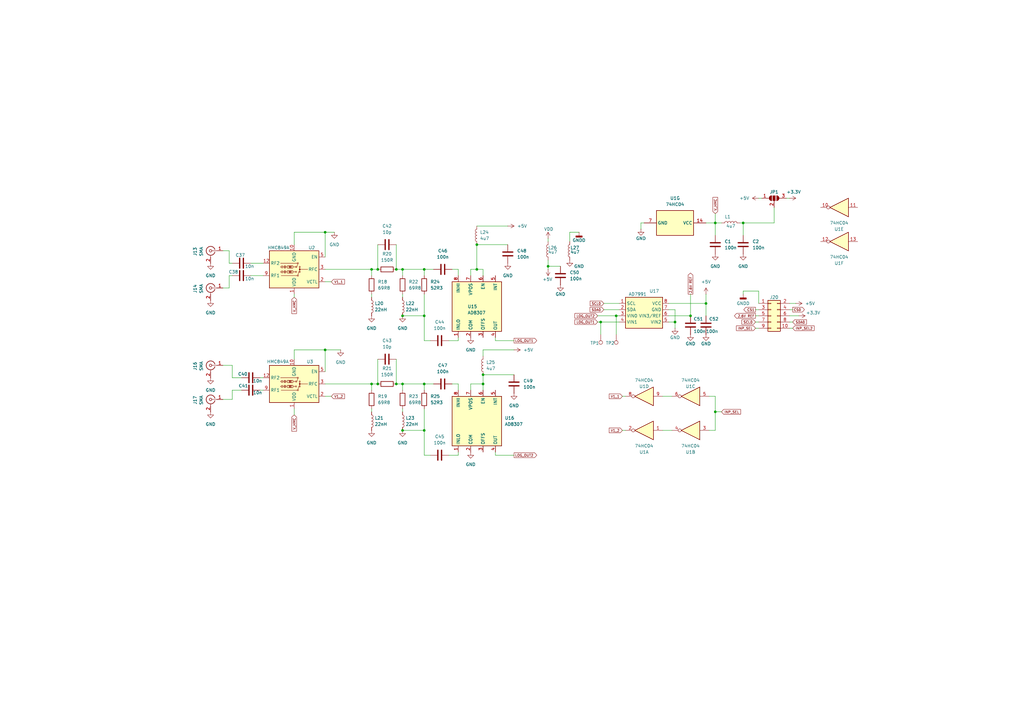
<source format=kicad_sch>
(kicad_sch (version 20231120) (generator "eeschema") (generator_version "8.0")
  (paper "A3")
  (title_block (rev "3.4") (comment 1 "change RF Switch´s from PE4259 to HMC849") (comment 2 "add voltage selection for HMC849 "))
  (lib_symbols
    (symbol "74xx:74HC04"
      (property "Reference" "U" (at 0 1.27 0))
      (property "Value" "74HC04" (at 0 -1.27 0))
      (symbol "74HC04_1_0"
        (polyline (pts (xy -3.81 3.81) (xy -3.81 -3.81) (xy 3.81 0) (xy -3.81 3.81)) (stroke (width 0.254)) (fill (type background)))
        (pin input line (at -7.62 0 0) (length 3.81) (name "~") (number "1"))
        (pin output inverted (at 7.62 0 180) (length 3.81) (name "~") (number "2"))
      )
      (symbol "74HC04_2_0"
        (polyline (pts (xy -3.81 3.81) (xy -3.81 -3.81) (xy 3.81 0) (xy -3.81 3.81)) (stroke (width 0.254)) (fill (type background)))
        (pin input line (at -7.62 0 0) (length 3.81) (name "~") (number "3"))
        (pin output inverted (at 7.62 0 180) (length 3.81) (name "~") (number "4"))
      )
      (symbol "74HC04_3_0"
        (polyline (pts (xy -3.81 3.81) (xy -3.81 -3.81) (xy 3.81 0) (xy -3.81 3.81)) (stroke (width 0.254)) (fill (type background)))
        (pin input line (at -7.62 0 0) (length 3.81) (name "~") (number "5"))
        (pin output inverted (at 7.62 0 180) (length 3.81) (name "~") (number "6"))
      )
      (symbol "74HC04_4_0"
        (polyline (pts (xy -3.81 3.81) (xy -3.81 -3.81) (xy 3.81 0) (xy -3.81 3.81)) (stroke (width 0.254)) (fill (type background)))
        (pin output inverted (at 7.62 0 180) (length 3.81) (name "~") (number "8"))
        (pin input line (at -7.62 0 0) (length 3.81) (name "~") (number "9"))
      )
      (symbol "74HC04_5_0"
        (polyline (pts (xy -3.81 3.81) (xy -3.81 -3.81) (xy 3.81 0) (xy -3.81 3.81)) (stroke (width 0.254)) (fill (type background)))
        (pin output inverted (at 7.62 0 180) (length 3.81) (name "~") (number "10"))
        (pin input line (at -7.62 0 0) (length 3.81) (name "~") (number "11"))
      )
      (symbol "74HC04_6_0"
        (polyline (pts (xy -3.81 3.81) (xy -3.81 -3.81) (xy 3.81 0) (xy -3.81 3.81)) (stroke (width 0.254)) (fill (type background)))
        (pin output inverted (at 7.62 0 180) (length 3.81) (name "~") (number "12"))
        (pin input line (at -7.62 0 0) (length 3.81) (name "~") (number "13"))
      )
      (symbol "74HC04_7_0"
        (pin power_in line (at 0 12.7 270) (length 5.08) (name "VCC") (number "14"))
        (pin power_in line (at 0 -12.7 90) (length 5.08) (name "GND") (number "7"))
      )
      (symbol "74HC04_7_1"
        (rectangle (start -5.08 7.62) (end 5.08 -7.62) (stroke (width 0.254)) (fill (type background)))
      )
    )
    (symbol "Connector:Conn_Coaxial" (pin_names (offset 1.016) hide)
      (property "Reference" "J" (at 0.254 3.048 0))
      (property "Value" "Conn_Coaxial" (at 2.921 0 90))
      (symbol "Conn_Coaxial_0_1"
        (arc (start -1.778 -0.508) (mid 0.2311 -1.8066) (end 1.778 0) (stroke (width 0.254)))
        (polyline (pts (xy -2.54 0) (xy -0.508 0)))
        (polyline (pts (xy 0 -2.54) (xy 0 -1.778)))
        (circle (center 0 0) (radius 0.508) (stroke (width 0.2032)))
        (arc (start 1.778 0) (mid 0.2099 1.8101) (end -1.778 0.508) (stroke (width 0.254)))
      )
      (symbol "Conn_Coaxial_1_1"
        (pin passive line (at -5.08 0 0) (length 2.54) (name "In") (number "1"))
        (pin passive line (at 0 -5.08 90) (length 2.54) (name "Ext") (number "2"))
      )
    )
    (symbol "Connector:TestPoint" (pin_numbers hide) (pin_names (offset 0.762) hide)
      (property "Reference" "TP" (at 0 6.858 0))
      (property "Value" "TestPoint" (at 0 5.08 0))
      (symbol "TestPoint_0_1"
        (circle (center 0 3.302) (radius 0.762))
      )
      (symbol "TestPoint_1_1"
        (pin passive line (at 0 0 90) (length 2.54) (name "1") (number "1"))
      )
    )
    (symbol "Connector_Generic:Conn_02x05_Odd_Even" (pin_names (offset 1.016) hide)
      (property "Reference" "J" (at 1.27 7.62 0))
      (property "Value" "Conn_02x05_Odd_Even" (at 1.27 -7.62 0))
      (symbol "Conn_02x05_Odd_Even_1_1"
        (rectangle (start -1.27 -4.953) (end 0 -5.207) (stroke (width 0.1524)))
        (rectangle (start -1.27 -2.413) (end 0 -2.667) (stroke (width 0.1524)))
        (rectangle (start -1.27 0.127) (end 0 -0.127) (stroke (width 0.1524)))
        (rectangle (start -1.27 2.667) (end 0 2.413) (stroke (width 0.1524)))
        (rectangle (start -1.27 5.207) (end 0 4.953) (stroke (width 0.1524)))
        (rectangle (start -1.27 6.35) (end 3.81 -6.35) (stroke (width 0.254)) (fill (type background)))
        (rectangle (start 3.81 -4.953) (end 2.54 -5.207) (stroke (width 0.1524)))
        (rectangle (start 3.81 -2.413) (end 2.54 -2.667) (stroke (width 0.1524)))
        (rectangle (start 3.81 0.127) (end 2.54 -0.127) (stroke (width 0.1524)))
        (rectangle (start 3.81 2.667) (end 2.54 2.413) (stroke (width 0.1524)))
        (rectangle (start 3.81 5.207) (end 2.54 4.953) (stroke (width 0.1524)))
        (pin passive line (at -5.08 5.08 0) (length 3.81) (name "Pin_1") (number "1"))
        (pin passive line (at 7.62 -5.08 180) (length 3.81) (name "Pin_10") (number "10"))
        (pin passive line (at 7.62 5.08 180) (length 3.81) (name "Pin_2") (number "2"))
        (pin passive line (at -5.08 2.54 0) (length 3.81) (name "Pin_3") (number "3"))
        (pin passive line (at 7.62 2.54 180) (length 3.81) (name "Pin_4") (number "4"))
        (pin passive line (at -5.08 0 0) (length 3.81) (name "Pin_5") (number "5"))
        (pin passive line (at 7.62 0 180) (length 3.81) (name "Pin_6") (number "6"))
        (pin passive line (at -5.08 -2.54 0) (length 3.81) (name "Pin_7") (number "7"))
        (pin passive line (at 7.62 -2.54 180) (length 3.81) (name "Pin_8") (number "8"))
        (pin passive line (at -5.08 -5.08 0) (length 3.81) (name "Pin_9") (number "9"))
      )
    )
    (symbol "Device:C" (pin_numbers hide) (pin_names (offset 0.254))
      (property "Reference" "C" (at 0.635 2.54 0))
      (property "Value" "C" (at 0.635 -2.54 0))
      (symbol "C_0_1"
        (polyline (pts (xy -2.032 -0.762) (xy 2.032 -0.762)) (stroke (width 0.508)))
        (polyline (pts (xy -2.032 0.762) (xy 2.032 0.762)) (stroke (width 0.508)))
      )
      (symbol "C_1_1"
        (pin passive line (at 0 3.81 270) (length 2.794) (name "~") (number "1"))
        (pin passive line (at 0 -3.81 90) (length 2.794) (name "~") (number "2"))
      )
    )
    (symbol "Device:L" (pin_numbers hide) (pin_names (offset 1.016) hide)
      (property "Reference" "L" (at -1.27 0 90))
      (property "Value" "L" (at 1.905 0 90))
      (symbol "L_0_1"
        (arc (start 0 -2.54) (mid 0.6323 -1.905) (end 0 -1.27))
        (arc (start 0 -1.27) (mid 0.6323 -0.635) (end 0 0))
        (arc (start 0 0) (mid 0.6323 0.635) (end 0 1.27))
        (arc (start 0 1.27) (mid 0.6323 1.905) (end 0 2.54))
      )
      (symbol "L_1_1"
        (pin passive line (at 0 3.81 270) (length 1.27) (name "1") (number "1"))
        (pin passive line (at 0 -3.81 90) (length 1.27) (name "2") (number "2"))
      )
    )
    (symbol "Driver_LED:MPQ3362GJ-AEC1"
      (property "Reference" "U5" (at 2.1941 10.16 0))
      (property "Value" "AD7991" (at -6.35 8.89 0))
      (symbol "MPQ3362GJ-AEC1_1_1"
        (rectangle (start -7.62 7.62) (end 7.62 -5.08) (stroke (width 0.254)) (fill (type background)))
        (pin input line (at -10.16 5.08 0) (length 2.54) (name "SCL") (number "1"))
        (pin input line (at -10.16 2.54 0) (length 2.54) (name "SDA") (number "2"))
        (pin input line (at -10.16 0 0) (length 2.54) (name "VIN0") (number "3"))
        (pin input line (at -10.16 -2.54 0) (length 2.54) (name "VIN1") (number "4"))
        (pin input line (at 10.16 -2.54 180) (length 2.54) (name "VIN2") (number "5"))
        (pin input line (at 10.16 0 180) (length 2.54) (name "VIN3/REF") (number "6"))
        (pin power_in line (at 10.16 2.54 180) (length 2.54) (name "GND") (number "7"))
        (pin power_in line (at 10.16 5.08 180) (length 2.54) (name "VCC") (number "8"))
      )
    )
    (symbol "Jumper:SolderJumper_3_Open" (pin_names (offset 0) hide) (exclude_from_sim yes) (in_bom no)
      (property "Reference" "JP" (at -2.54 -2.54 0))
      (property "Value" "SolderJumper_3_Open" (at 0 2.794 0))
      (symbol "SolderJumper_3_Open_0_1"
        (arc (start -1.016 1.016) (mid -2.0276 0) (end -1.016 -1.016))
        (arc (start -1.016 1.016) (mid -2.0276 0) (end -1.016 -1.016) (fill (type outline)))
        (rectangle (start -0.508 1.016) (end 0.508 -1.016) (fill (type outline)))
        (polyline (pts (xy -2.54 0) (xy -2.032 0)))
        (polyline (pts (xy -1.016 1.016) (xy -1.016 -1.016)))
        (polyline (pts (xy 0 -1.27) (xy 0 -1.016)))
        (polyline (pts (xy 1.016 1.016) (xy 1.016 -1.016)))
        (polyline (pts (xy 2.54 0) (xy 2.032 0)))
        (arc (start 1.016 -1.016) (mid 2.0276 0) (end 1.016 1.016))
        (arc (start 1.016 -1.016) (mid 2.0276 0) (end 1.016 1.016) (fill (type outline)))
      )
      (symbol "SolderJumper_3_Open_1_1"
        (pin passive line (at -5.08 0 0) (length 2.54) (name "A") (number "1"))
        (pin passive line (at 0 -3.81 90) (length 2.54) (name "C") (number "2"))
        (pin passive line (at 5.08 0 180) (length 2.54) (name "B") (number "3"))
      )
    )
    (symbol "LOG_RF_Amplifier:AD8313xRM"
      (property "Reference" "U" (at 1.524 1.524 0))
      (property "Value" "AD8307" (at 4.572 -1.524 0))
      (symbol "AD8313xRM_0_1"
        (rectangle (start -10.16 10.16) (end 10.16 -10.16) (stroke (width 0.254)) (fill (type background)))
      )
      (symbol "AD8313xRM_1_1"
        (pin input line (at -7.62 -12.7 90) (length 2.54) (name "INLO") (number "1"))
        (pin power_in line (at -2.54 -12.7 90) (length 2.54) (name "COM") (number "2"))
        (pin input line (at 2.54 -12.7 90) (length 2.54) (name "OFFS") (number "3"))
        (pin output line (at 7.62 -12.7 90) (length 2.54) (name "OUT") (number "4"))
        (pin input line (at 7.62 12.7 270) (length 2.54) (name "INT") (number "5"))
        (pin input line (at 2.54 12.7 270) (length 2.54) (name "EN") (number "6"))
        (pin power_in line (at -2.54 12.7 270) (length 2.54) (name "VPOS") (number "7"))
        (pin input line (at -7.62 12.7 270) (length 2.54) (name "INHI") (number "8"))
      )
    )
    (symbol "RF_Switch:HMC849A"
      (property "Reference" "U" (at -10.16 8.89 0))
      (property "Value" "HMC849A" (at 10.16 8.89 0))
      (symbol "HMC849A_0_0"
        (text "50" (at 1.651 -1.016 0) (effects (font (size 0.635 0.635))))
        (text "50" (at 1.651 1.016 0) (effects (font (size 0.635 0.635))))
      )
      (symbol "HMC849A_0_1"
        (rectangle (start -10.16 7.62) (end 10.16 -7.62) (stroke (width 0.254)) (fill (type background)))
        (circle (center -2.286 0) (radius 0.254) (fill (type outline)))
        (circle (center -2.286 1.016) (radius 0.254))
        (circle (center -1.524 -2.54) (radius 0.254))
        (circle (center -1.524 2.54) (radius 0.254))
        (circle (center -0.762 -1.016) (radius 0.254))
        (polyline (pts (xy -2.286 0) (xy -5.588 0)))
        (polyline (pts (xy -2.286 0.762) (xy -2.286 -0.762)))
        (polyline (pts (xy -1.524 -2.286) (xy -1.016 -0.762)))
        (polyline (pts (xy -1.524 2.286) (xy -2.032 0.762)))
        (polyline (pts (xy -1.27 -2.54) (xy 5.588 -2.54)))
        (polyline (pts (xy -1.27 2.54) (xy 5.334 2.54)))
        (polyline (pts (xy -0.508 -1.016) (xy 0.508 -1.016)))
        (polyline (pts (xy -0.508 1.016) (xy 0.508 1.016)))
        (polyline (pts (xy 3.556 -1.524) (xy 3.556 -0.508)) (stroke (width 0.254)))
        (polyline (pts (xy 3.556 -1.016) (xy 2.794 -1.016)))
        (polyline (pts (xy 3.556 0.508) (xy 3.556 1.524)) (stroke (width 0.254)))
        (polyline (pts (xy 3.556 1.016) (xy 2.794 1.016)))
        (polyline (pts (xy 4.064 -0.508) (xy 4.064 -1.524)) (stroke (width 0.254)))
        (polyline (pts (xy 4.064 1.524) (xy 4.064 0.508)) (stroke (width 0.254)))
        (polyline (pts (xy 4.064 -1.016) (xy 4.826 -1.016) (xy 4.826 -1.524) (xy 5.588 -1.016) (xy 4.826 -0.508) (xy 4.826 -1.016)))
        (polyline (pts (xy 4.064 1.016) (xy 4.826 1.016) (xy 4.826 0.508) (xy 5.588 1.016) (xy 4.826 1.524) (xy 4.826 1.016)))
        (rectangle (start 0.508 -1.524) (end 2.794 -0.508))
        (rectangle (start 0.508 0.508) (end 2.794 1.524))
      )
      (symbol "HMC849A_1_1"
        (circle (center -2.286 -1.016) (radius 0.254))
        (circle (center -0.762 1.016) (radius 0.254))
        (pin power_in line (at 0 10.16 270) (length 2.54) (name "VDD") (number "1"))
        (pin power_in line (at 0 -10.16 90) (length 2.54) (name "GND") (number "10"))
        (pin passive line (at 0 -10.16 90) (length 2.54) hide (name "GND") (number "11"))
        (pin passive line (at 12.7 -2.54 180) (length 2.54) (name "RF2") (number "12"))
        (pin passive line (at 0 -10.16 90) (length 2.54) hide (name "GND") (number "13"))
        (pin passive line (at 0 -10.16 90) (length 2.54) hide (name "GND") (number "14"))
        (pin passive line (at 0 -10.16 90) (length 2.54) hide (name "GND") (number "15"))
        (pin passive line (at 0 -10.16 90) (length 2.54) hide (name "GND") (number "16"))
        (pin passive line (at 0 -10.16 90) (length 2.54) hide (name "GND") (number "17"))
        (pin input line (at -12.7 5.08 0) (length 2.54) (name "VCTL") (number "2"))
        (pin passive line (at -12.7 0 0) (length 2.54) (name "RFC") (number "3"))
        (pin passive line (at 0 -10.16 90) (length 2.54) hide (name "GND") (number "4"))
        (pin input line (at -12.7 -5.08 0) (length 2.54) (name "EN") (number "5"))
        (pin passive line (at 0 -10.16 90) (length 2.54) hide (name "GND") (number "6"))
        (pin passive line (at 0 -10.16 90) (length 2.54) hide (name "GND") (number "7"))
        (pin passive line (at 0 -10.16 90) (length 2.54) hide (name "GND") (number "8"))
        (pin passive line (at 12.7 2.54 180) (length 2.54) (name "RF1") (number "9"))
      )
    )
    (symbol "dual_rotary_encoder_switch:R" (pin_numbers hide) (pin_names (offset 0))
      (property "Reference" "R" (at 2.032 0 90))
      (property "Value" "R" (at 0 0 90))
      (symbol "R_0_1"
        (rectangle (start -1.016 -2.54) (end 1.016 2.54) (stroke (width 0.254)))
      )
      (symbol "R_1_1"
        (pin passive line (at 0 3.81 270) (length 1.27) (name "~") (number "1"))
        (pin passive line (at 0 -3.81 90) (length 1.27) (name "~") (number "2"))
      )
    )
    (symbol "power:+3.3V" (power) (pin_numbers hide) (pin_names (offset 0) hide)
      (property "Value" "+3.3V" (at 0 3.556 0))
      (symbol "+3.3V_0_1"
        (polyline (pts (xy -0.762 1.27) (xy 0 2.54)))
        (polyline (pts (xy 0 0) (xy 0 2.54)))
        (polyline (pts (xy 0 2.54) (xy 0.762 1.27)))
      )
      (symbol "+3.3V_1_1"
        (pin power_in line (at 0 0 90) (length 0) (name "~") (number "1"))
      )
    )
    (symbol "power:+5V" (power) (pin_numbers hide) (pin_names (offset 0) hide)
      (property "Value" "+5V" (at 0 3.556 0))
      (symbol "+5V_0_1"
        (polyline (pts (xy -0.762 1.27) (xy 0 2.54)))
        (polyline (pts (xy 0 0) (xy 0 2.54)))
        (polyline (pts (xy 0 2.54) (xy 0.762 1.27)))
      )
      (symbol "+5V_1_1"
        (pin power_in line (at 0 0 90) (length 0) (name "~") (number "1"))
      )
    )
    (symbol "power:GND" (power) (pin_numbers hide) (pin_names (offset 0) hide)
      (property "Value" "GND" (at 0 -3.81 0))
      (symbol "GND_0_1"
        (polyline (pts (xy 0 0) (xy 0 -1.27) (xy 1.27 -1.27) (xy 0 -2.54) (xy -1.27 -1.27) (xy 0 -1.27)))
      )
      (symbol "GND_1_1"
        (pin power_in line (at 0 0 270) (length 0) (name "~") (number "1"))
      )
    )
    (symbol "power:GNDD" (power) (pin_numbers hide) (pin_names (offset 0) hide)
      (property "Value" "GNDD" (at 0 -3.175 0))
      (symbol "GNDD_0_1"
        (rectangle (start -1.27 -1.524) (end 1.27 -2.032) (stroke (width 0.254)) (fill (type outline)))
        (polyline (pts (xy 0 0) (xy 0 -1.524)))
      )
      (symbol "GNDD_1_1"
        (pin power_in line (at 0 0 270) (length 0) (name "~") (number "1"))
      )
    )
    (symbol "power:VDD" (power) (pin_numbers hide) (pin_names (offset 0) hide)
      (property "Value" "VDD" (at 0 3.556 0))
      (symbol "VDD_0_1"
        (polyline (pts (xy -0.762 1.27) (xy 0 2.54)))
        (polyline (pts (xy 0 0) (xy 0 2.54)))
        (polyline (pts (xy 0 2.54) (xy 0.762 1.27)))
      )
      (symbol "VDD_1_1"
        (pin power_in line (at 0 0 90) (length 0) (name "~") (number "1"))
      )
    )
  )
  (junction (at 165.1 110.49))
  (junction (at 162.56 157.48))
  (junction (at 198.12 153.67))
  (junction (at 173.99 157.48))
  (junction (at 152.4 110.49))
  (junction (at 283.21 129.54))
  (junction (at 293.37 91.44))
  (junction (at 304.8 91.44))
  (junction (at 152.4 157.48))
  (junction (at 173.99 110.49))
  (junction (at 154.94 110.49))
  (junction (at 195.58 100.33))
  (junction (at 165.1 157.48))
  (junction (at 165.1 176.53))
  (junction (at 224.79 109.22))
  (junction (at 289.56 124.46))
  (junction (at 293.37 168.91))
  (junction (at 154.94 157.48))
  (junction (at 246.38 132.08))
  (junction (at 276.86 132.08))
  (junction (at 173.99 176.53))
  (junction (at 198.12 157.48))
  (junction (at 252.73 129.54))
  (junction (at 165.1 129.54))
  (junction (at 162.56 110.49))
  (junction (at 133.35 143.51))
  (junction (at 195.58 110.49))
  (junction (at 173.99 129.54))
  (junction (at 133.35 95.25))
  (wire (pts (xy 165.1 157.48) (xy 165.1 160.02)))
  (wire (pts (xy 246.38 132.08) (xy 246.38 137.16)))
  (wire (pts (xy 309.88 134.62) (xy 311.15 134.62)))
  (wire (pts (xy 154.94 157.48) (xy 152.4 157.48)))
  (wire (pts (xy 274.32 129.54) (xy 283.21 129.54)))
  (wire (pts (xy 133.35 143.51) (xy 139.7 143.51)))
  (wire (pts (xy 187.96 186.69) (xy 187.96 185.42)))
  (wire (pts (xy 276.86 132.08) (xy 276.86 127)))
  (wire (pts (xy 274.32 124.46) (xy 289.56 124.46)))
  (wire (pts (xy 203.2 185.42) (xy 203.2 186.69)))
  (wire (pts (xy 304.8 91.44) (xy 317.5 91.44)))
  (wire (pts (xy 290.83 176.53) (xy 293.37 176.53)))
  (wire (pts (xy 133.35 110.49) (xy 152.4 110.49)))
  (wire (pts (xy 323.85 129.54) (xy 327.66 129.54)))
  (wire (pts (xy 95.25 154.94) (xy 99.06 154.94)))
  (wire (pts (xy 195.58 100.33) (xy 195.58 110.49)))
  (wire (pts (xy 173.99 129.54) (xy 173.99 139.7)))
  (wire (pts (xy 185.42 110.49) (xy 187.96 110.49)))
  (wire (pts (xy 303.53 91.44) (xy 304.8 91.44)))
  (wire (pts (xy 322.58 81.28) (xy 323.85 81.28)))
  (wire (pts (xy 91.44 163.83) (xy 95.25 163.83)))
  (wire (pts (xy 93.98 113.03) (xy 95.25 113.03)))
  (wire (pts (xy 95.25 163.83) (xy 95.25 160.02)))
  (wire (pts (xy 264.16 91.44) (xy 262.89 91.44)))
  (wire (pts (xy 120.65 120.65) (xy 120.65 121.92)))
  (wire (pts (xy 165.1 120.65) (xy 165.1 121.92)))
  (wire (pts (xy 152.4 157.48) (xy 152.4 160.02)))
  (wire (pts (xy 293.37 87.63) (xy 293.37 91.44)))
  (wire (pts (xy 152.4 120.65) (xy 152.4 121.92)))
  (wire (pts (xy 162.56 110.49) (xy 165.1 110.49)))
  (wire (pts (xy 224.79 97.79) (xy 224.79 99.06)))
  (wire (pts (xy 120.65 95.25) (xy 133.35 95.25)))
  (wire (pts (xy 176.53 186.69) (xy 173.99 186.69)))
  (wire (pts (xy 283.21 120.65) (xy 283.21 129.54)))
  (wire (pts (xy 106.68 160.02) (xy 107.95 160.02)))
  (wire (pts (xy 198.12 146.05) (xy 198.12 143.51)))
  (wire (pts (xy 177.8 157.48) (xy 173.99 157.48)))
  (wire (pts (xy 293.37 176.53) (xy 293.37 168.91)))
  (wire (pts (xy 309.88 132.08) (xy 311.15 132.08)))
  (wire (pts (xy 165.1 176.53) (xy 173.99 176.53)))
  (wire (pts (xy 93.98 107.95) (xy 95.25 107.95)))
  (wire (pts (xy 245.11 132.08) (xy 246.38 132.08)))
  (wire (pts (xy 107.95 113.03) (xy 102.87 113.03)))
  (wire (pts (xy 289.56 124.46) (xy 289.56 129.54)))
  (wire (pts (xy 133.35 143.51) (xy 133.35 152.4)))
  (wire (pts (xy 93.98 118.11) (xy 93.98 113.03)))
  (wire (pts (xy 293.37 91.44) (xy 293.37 96.52)))
  (wire (pts (xy 198.12 157.48) (xy 198.12 160.02)))
  (wire (pts (xy 224.79 109.22) (xy 224.79 106.68)))
  (wire (pts (xy 198.12 143.51) (xy 210.82 143.51)))
  (wire (pts (xy 173.99 110.49) (xy 173.99 113.03)))
  (wire (pts (xy 193.04 160.02) (xy 193.04 157.48)))
  (wire (pts (xy 311.15 81.28) (xy 312.42 81.28)))
  (wire (pts (xy 255.27 162.56) (xy 256.54 162.56)))
  (wire (pts (xy 184.15 186.69) (xy 187.96 186.69)))
  (wire (pts (xy 154.94 110.49) (xy 152.4 110.49)))
  (wire (pts (xy 293.37 168.91) (xy 295.91 168.91)))
  (wire (pts (xy 133.35 95.25) (xy 133.35 105.41)))
  (wire (pts (xy 195.58 110.49) (xy 198.12 110.49)))
  (wire (pts (xy 162.56 157.48) (xy 165.1 157.48)))
  (wire (pts (xy 120.65 147.32) (xy 120.65 143.51)))
  (wire (pts (xy 187.96 110.49) (xy 187.96 113.03)))
  (wire (pts (xy 177.8 110.49) (xy 173.99 110.49)))
  (wire (pts (xy 271.78 162.56) (xy 275.59 162.56)))
  (wire (pts (xy 193.04 113.03) (xy 193.04 110.49)))
  (wire (pts (xy 133.35 115.57) (xy 135.89 115.57)))
  (wire (pts (xy 120.65 170.18) (xy 120.65 167.64)))
  (wire (pts (xy 323.85 132.08) (xy 325.12 132.08)))
  (wire (pts (xy 154.94 100.33) (xy 154.94 110.49)))
  (wire (pts (xy 203.2 186.69) (xy 210.82 186.69)))
  (wire (pts (xy 293.37 91.44) (xy 295.91 91.44)))
  (wire (pts (xy 165.1 129.54) (xy 173.99 129.54)))
  (wire (pts (xy 165.1 110.49) (xy 165.1 113.03)))
  (wire (pts (xy 173.99 157.48) (xy 173.99 160.02)))
  (wire (pts (xy 224.79 109.22) (xy 229.87 109.22)))
  (wire (pts (xy 193.04 157.48) (xy 198.12 157.48)))
  (wire (pts (xy 152.4 110.49) (xy 152.4 113.03)))
  (wire (pts (xy 95.25 160.02) (xy 99.06 160.02)))
  (wire (pts (xy 309.88 129.54) (xy 311.15 129.54)))
  (wire (pts (xy 173.99 176.53) (xy 173.99 186.69)))
  (wire (pts (xy 198.12 153.67) (xy 198.12 157.48)))
  (wire (pts (xy 323.85 127) (xy 325.12 127)))
  (wire (pts (xy 317.5 91.44) (xy 317.5 85.09)))
  (wire (pts (xy 309.88 127) (xy 311.15 127)))
  (wire (pts (xy 304.8 119.38) (xy 311.15 119.38)))
  (wire (pts (xy 233.68 95.25) (xy 233.68 99.06)))
  (wire (pts (xy 323.85 134.62) (xy 325.12 134.62)))
  (wire (pts (xy 152.4 167.64) (xy 152.4 168.91)))
  (wire (pts (xy 203.2 138.43) (xy 203.2 139.7)))
  (wire (pts (xy 290.83 162.56) (xy 293.37 162.56)))
  (wire (pts (xy 107.95 107.95) (xy 102.87 107.95)))
  (wire (pts (xy 195.58 92.71) (xy 208.28 92.71)))
  (wire (pts (xy 252.73 129.54) (xy 254 129.54)))
  (wire (pts (xy 133.35 95.25) (xy 137.16 95.25)))
  (wire (pts (xy 165.1 157.48) (xy 173.99 157.48)))
  (wire (pts (xy 173.99 129.54) (xy 173.99 120.65)))
  (wire (pts (xy 323.85 124.46) (xy 326.39 124.46)))
  (wire (pts (xy 276.86 127) (xy 274.32 127)))
  (wire (pts (xy 120.65 143.51) (xy 133.35 143.51)))
  (wire (pts (xy 304.8 120.65) (xy 304.8 119.38)))
  (wire (pts (xy 293.37 168.91) (xy 293.37 162.56)))
  (wire (pts (xy 289.56 120.65) (xy 289.56 124.46)))
  (wire (pts (xy 255.27 176.53) (xy 256.54 176.53)))
  (wire (pts (xy 289.56 91.44) (xy 293.37 91.44)))
  (wire (pts (xy 133.35 157.48) (xy 152.4 157.48)))
  (wire (pts (xy 95.25 149.86) (xy 95.25 154.94)))
  (wire (pts (xy 198.12 110.49) (xy 198.12 113.03)))
  (wire (pts (xy 276.86 132.08) (xy 276.86 134.62)))
  (wire (pts (xy 187.96 157.48) (xy 187.96 160.02)))
  (wire (pts (xy 198.12 153.67) (xy 210.82 153.67)))
  (wire (pts (xy 176.53 139.7) (xy 173.99 139.7)))
  (wire (pts (xy 162.56 147.32) (xy 162.56 157.48)))
  (wire (pts (xy 247.65 124.46) (xy 254 124.46)))
  (wire (pts (xy 195.58 100.33) (xy 208.28 100.33)))
  (wire (pts (xy 184.15 139.7) (xy 187.96 139.7)))
  (wire (pts (xy 237.49 95.25) (xy 233.68 95.25)))
  (wire (pts (xy 120.65 100.33) (xy 120.65 95.25)))
  (wire (pts (xy 224.79 109.22) (xy 224.79 110.49)))
  (wire (pts (xy 203.2 139.7) (xy 210.82 139.7)))
  (wire (pts (xy 187.96 139.7) (xy 187.96 138.43)))
  (wire (pts (xy 91.44 102.87) (xy 93.98 102.87)))
  (wire (pts (xy 185.42 157.48) (xy 187.96 157.48)))
  (wire (pts (xy 245.11 129.54) (xy 252.73 129.54)))
  (wire (pts (xy 173.99 176.53) (xy 173.99 167.64)))
  (wire (pts (xy 247.65 127) (xy 254 127)))
  (wire (pts (xy 262.89 91.44) (xy 262.89 93.98)))
  (wire (pts (xy 165.1 167.64) (xy 165.1 168.91)))
  (wire (pts (xy 91.44 118.11) (xy 93.98 118.11)))
  (wire (pts (xy 274.32 132.08) (xy 276.86 132.08)))
  (wire (pts (xy 193.04 110.49) (xy 195.58 110.49)))
  (wire (pts (xy 106.68 154.94) (xy 107.95 154.94)))
  (wire (pts (xy 271.78 176.53) (xy 275.59 176.53)))
  (wire (pts (xy 304.8 91.44) (xy 304.8 96.52)))
  (wire (pts (xy 133.35 162.56) (xy 135.89 162.56)))
  (wire (pts (xy 311.15 119.38) (xy 311.15 124.46)))
  (wire (pts (xy 252.73 129.54) (xy 252.73 137.16)))
  (wire (pts (xy 154.94 147.32) (xy 154.94 157.48)))
  (wire (pts (xy 162.56 100.33) (xy 162.56 110.49)))
  (wire (pts (xy 91.44 149.86) (xy 95.25 149.86)))
  (wire (pts (xy 165.1 110.49) (xy 173.99 110.49)))
  (wire (pts (xy 93.98 102.87) (xy 93.98 107.95)))
  (wire (pts (xy 246.38 132.08) (xy 254 132.08)))
  (global_label "INP_SEL" (shape input) (at 309.88 134.62 180) (effects (font (size 1 1))) (property "Intersheetrefs" "${INTERSHEET_REFS}" (effects (hide yes))))
  (global_label "2,6V REF" (shape output) (at 309.88 129.54 180) (effects (font (size 1 1))) (property "Intersheetrefs" "${INTERSHEET_REFS}" (effects (hide yes))))
  (global_label "INP_SEL" (shape input) (at 295.91 168.91 0) (effects (font (size 1 1))) (property "Intersheetrefs" "${INTERSHEET_REFS}" (effects (hide yes))))
  (global_label "LOG_OUT2" (shape input) (at 245.11 129.54 180) (effects (font (size 1 1))) (property "Intersheetrefs" "${INTERSHEET_REFS}" (effects (hide yes))))
  (global_label "V1_1" (shape input) (at 135.89 115.57 0) (effects (font (size 1 1))) (property "Intersheetrefs" "${INTERSHEET_REFS}" (effects (hide yes))))
  (global_label "2,6V REF" (shape output) (at 283.21 120.65 90) (effects (font (size 1 1))) (property "Intersheetrefs" "${INTERSHEET_REFS}" (effects (hide yes))))
  (global_label "V_HMC" (shape input) (at 120.65 170.18 270) (effects (font (size 1 1))) (property "Intersheetrefs" "${INTERSHEET_REFS}" (effects (hide yes))))
  (global_label "SDA0" (shape input) (at 325.12 132.08 0) (effects (font (size 1 1))) (property "Intersheetrefs" "${INTERSHEET_REFS}" (effects (hide yes))))
  (global_label "SCL0" (shape input) (at 309.88 132.08 180) (effects (font (size 1 1))) (property "Intersheetrefs" "${INTERSHEET_REFS}" (effects (hide yes))))
  (global_label "CS0" (shape output) (at 325.12 127 0) (effects (font (size 1 1))) (property "Intersheetrefs" "${INTERSHEET_REFS}" (effects (hide yes))))
  (global_label "SDA0" (shape input) (at 247.65 127 180) (effects (font (size 1 1))) (property "Intersheetrefs" "${INTERSHEET_REFS}" (effects (hide yes))))
  (global_label "INP_SEL2" (shape input) (at 325.12 134.62 0) (effects (font (size 1 1))) (property "Intersheetrefs" "${INTERSHEET_REFS}" (effects (hide yes))))
  (global_label "CS1" (shape output) (at 309.88 127 180) (effects (font (size 1 1))) (property "Intersheetrefs" "${INTERSHEET_REFS}" (effects (hide yes))))
  (global_label "LOG_OUT2" (shape output) (at 210.82 186.69 0) (effects (font (size 1 1))) (property "Intersheetrefs" "${INTERSHEET_REFS}" (effects (hide yes))))
  (global_label "LOG_OUT1" (shape output) (at 210.82 139.7 0) (effects (font (size 1 1))) (property "Intersheetrefs" "${INTERSHEET_REFS}" (effects (hide yes))))
  (global_label "V1_2" (shape input) (at 135.89 162.56 0) (effects (font (size 1 1))) (property "Intersheetrefs" "${INTERSHEET_REFS}" (effects (hide yes))))
  (global_label "V_HMC" (shape input) (at 120.65 121.92 270) (effects (font (size 1 1))) (property "Intersheetrefs" "${INTERSHEET_REFS}" (effects (hide yes))))
  (global_label "V1_2" (shape input) (at 255.27 176.53 180) (effects (font (size 1 1))) (property "Intersheetrefs" "${INTERSHEET_REFS}" (effects (hide yes))))
  (global_label "V_HMC" (shape input) (at 293.37 87.63 90) (effects (font (size 1 1))) (property "Intersheetrefs" "${INTERSHEET_REFS}" (effects (hide yes))))
  (global_label "V1_1" (shape input) (at 255.27 162.56 180) (effects (font (size 1 1))) (property "Intersheetrefs" "${INTERSHEET_REFS}" (effects (hide yes))))
  (global_label "LOG_OUT1" (shape input) (at 245.11 132.08 180) (effects (font (size 1 1))) (property "Intersheetrefs" "${INTERSHEET_REFS}" (effects (hide yes))))
  (global_label "SCL0" (shape input) (at 247.65 124.46 180) (effects (font (size 1 1))) (property "Intersheetrefs" "${INTERSHEET_REFS}" (effects (hide yes))))
  (symbol (lib_id "dual_rotary_encoder_switch:R") (at 152.4 116.84 180) (unit 1)
    (property "Reference" "R18" (at 154.94 115.5699 0) (effects (justify right)))
    (property "Value" "69R8" (at 154.94 118.1099 0) (effects (justify right)))
    (property "Footprint" "Resistor_SMD:R_1206_3216Metric_Pad1.30x1.75mm_HandSolder" (effects (hide yes)))
    (property "Description" "Resistor" (effects (hide yes)))
  )
  (symbol (lib_id "power:GND") (at 86.36 107.95 0) (unit 1)
    (property "Reference" "#PWR078" (effects (hide yes)))
    (property "Value" "GND" (at 86.36 113.03 0))
    (property "Description" "Power symbol creates a global label with name \"GND\" , ground" (effects (hide yes)))
  )
  (symbol (lib_id "Device:C") (at 229.87 113.03 180) (unit 1)
    (property "Reference" "C50" (at 233.68 111.7599 0) (effects (justify right)))
    (property "Value" "100n" (at 233.68 114.2999 0) (effects (justify right)))
    (property "Footprint" "Capacitor_SMD:C_1206_3216Metric_Pad1.33x1.80mm_HandSolder" (effects (hide yes)))
    (property "Description" "Unpolarized capacitor" (effects (hide yes)))
  )
  (symbol (lib_id "Device:L") (at 165.1 125.73 0) (unit 1)
    (property "Reference" "L22" (at 166.37 124.4599 0) (effects (justify left)))
    (property "Value" "22nH" (at 166.37 126.9999 0) (effects (justify left)))
    (property "Footprint" "Inductor_SMD:L_1206_3216Metric_Pad1.42x1.75mm_HandSolder" (effects (hide yes)))
    (property "Description" "Inductor" (effects (hide yes)))
  )
  (symbol (lib_id "power:GND") (at 283.21 137.16 0) (unit 1)
    (property "Reference" "#PWR0102" (effects (hide yes)))
    (property "Value" "GND" (at 283.21 140.97 0))
    (property "Description" "Power symbol creates a global label with name \"GND\" , ground" (effects (hide yes)))
  )
  (symbol (lib_id "Device:C") (at 293.37 100.33 180) (unit 1)
    (property "Reference" "C1" (at 297.18 99.0599 0) (effects (justify right)))
    (property "Value" "100n" (at 297.18 101.5999 0) (effects (justify right)))
    (property "Footprint" "Capacitor_SMD:C_1206_3216Metric_Pad1.33x1.80mm_HandSolder" (effects (hide yes)))
    (property "Description" "Unpolarized capacitor" (effects (hide yes)))
  )
  (symbol (lib_id "Connector:Conn_Coaxial") (at 86.36 163.83 0) (mirror y) (unit 1)
    (property "Reference" "J17" (at 80.01 164.1232 90))
    (property "Value" "SMA" (at 82.55 164.1232 90))
    (property "Footprint" "Connector_Coaxial:SMA_BAT_Wireless_BWSMA-KWE-Z001" (effects (hide yes)))
    (property "Description" "coaxial connector (BNC, SMA, SMB, SMC, Cinch/RCA, LEMO, ...)" (effects (hide yes)))
  )
  (symbol (lib_id "power:GND") (at 276.86 134.62 0) (unit 1)
    (property "Reference" "#PWR0101" (effects (hide yes)))
    (property "Value" "GND" (at 276.86 138.43 0))
    (property "Description" "Power symbol creates a global label with name \"GND\" , ground" (effects (hide yes)))
  )
  (symbol (lib_id "Connector:TestPoint") (at 246.38 137.16 180) (unit 1)
    (property "Reference" "TP1" (at 242.062 140.716 0) (effects (justify right)))
    (property "Value" "TestPoint" (effects (hide yes)))
    (property "Footprint" "TestPoint:TestPoint_Pad_D1.0mm" (effects (hide yes)))
    (property "Description" "test point" (effects (hide yes)))
  )
  (symbol (lib_id "Device:C") (at 180.34 186.69 90) (unit 1)
    (property "Reference" "C45" (at 180.34 179.07 90))
    (property "Value" "100n" (at 180.34 181.61 90))
    (property "Footprint" "Capacitor_SMD:C_1206_3216Metric_Pad1.33x1.80mm_HandSolder" (effects (hide yes)))
    (property "Description" "Unpolarized capacitor" (effects (hide yes)))
  )
  (symbol (lib_id "power:GND") (at 165.1 176.53 0) (unit 1)
    (property "Reference" "#PWR087" (effects (hide yes)))
    (property "Value" "GND" (at 165.1 181.61 0))
    (property "Description" "Power symbol creates a global label with name \"GND\" , ground" (effects (hide yes)))
  )
  (symbol (lib_id "power:GND") (at 208.28 107.95 0) (unit 1)
    (property "Reference" "#PWR091" (effects (hide yes)))
    (property "Value" "GND" (at 208.28 113.03 0))
    (property "Description" "Power symbol creates a global label with name \"GND\" , ground" (effects (hide yes)))
  )
  (symbol (lib_id "power:+5V") (at 210.82 143.51 270) (unit 1)
    (property "Reference" "#PWR092" (effects (hide yes)))
    (property "Value" "+5V" (at 214.63 143.5099 90) (effects (justify left)))
    (property "Description" "Power symbol creates a global label with name \"+5V\"" (effects (hide yes)))
  )
  (symbol (lib_id "power:GND") (at 86.36 168.91 0) (unit 1)
    (property "Reference" "#PWR082" (effects (hide yes)))
    (property "Value" "GND" (at 86.36 173.99 0))
    (property "Description" "Power symbol creates a global label with name \"GND\" , ground" (effects (hide yes)))
  )
  (symbol (lib_id "Device:L") (at 195.58 96.52 180) (unit 1)
    (property "Reference" "L24" (at 196.85 95.2499 0) (effects (justify right)))
    (property "Value" "4u7" (at 196.85 97.7899 0) (effects (justify right)))
    (property "Footprint" "Inductor_SMD:L_1206_3216Metric_Pad1.42x1.75mm_HandSolder" (effects (hide yes)))
    (property "Description" "Inductor" (effects (hide yes)))
  )
  (symbol (lib_id "Jumper:SolderJumper_3_Open") (at 317.5 81.28 0) (unit 1) (exclude_from_sim yes) (in_bom no)
    (property "Reference" "JP1" (at 317.5 78.74 0))
    (property "Value" "SolderJumper_3_Open" (effects (hide yes)))
    (property "Footprint" "Jumper:SolderJumper-3_P1.3mm_Open_RoundedPad1.0x1.5mm" (effects (hide yes)))
    (property "Description" "Solder Jumper, 3-pole, open" (effects (hide yes)))
  )
  (symbol (lib_id "Device:L") (at 165.1 172.72 0) (unit 1)
    (property "Reference" "L23" (at 166.37 171.4499 0) (effects (justify left)))
    (property "Value" "22nH" (at 166.37 173.9899 0) (effects (justify left)))
    (property "Footprint" "Inductor_SMD:L_1206_3216Metric_Pad1.42x1.75mm_HandSolder" (effects (hide yes)))
    (property "Description" "Inductor" (effects (hide yes)))
  )
  (symbol (lib_id "Device:L") (at 198.12 149.86 180) (unit 1)
    (property "Reference" "L25" (at 199.39 148.5899 0) (effects (justify right)))
    (property "Value" "4u7" (at 199.39 151.1299 0) (effects (justify right)))
    (property "Footprint" "Inductor_SMD:L_1206_3216Metric_Pad1.42x1.75mm_HandSolder" (effects (hide yes)))
    (property "Description" "Inductor" (effects (hide yes)))
  )
  (symbol (lib_id "power:GND") (at 233.68 106.68 0) (unit 1)
    (property "Reference" "#PWR097" (effects (hide yes)))
    (property "Value" "GND" (at 237.49 109.22 0))
    (property "Description" "Power symbol creates a global label with name \"GND\" , ground" (effects (hide yes)))
  )
  (symbol (lib_id "Device:L") (at 152.4 172.72 0) (unit 1)
    (property "Reference" "L21" (at 153.67 171.4499 0) (effects (justify left)))
    (property "Value" "22nH" (at 153.67 173.9899 0) (effects (justify left)))
    (property "Footprint" "Inductor_SMD:L_1206_3216Metric_Pad1.42x1.75mm_HandSolder" (effects (hide yes)))
    (property "Description" "Inductor" (effects (hide yes)))
  )
  (symbol (lib_id "74xx:74HC04") (at 283.21 176.53 180) (unit 2)
    (property "Reference" "U1" (at 283.21 185.42 0))
    (property "Value" "74HC04" (at 283.21 182.88 0))
    (property "Footprint" "Package_SO:SOIC-16_3.9x9.9mm_P1.27mm" (effects (hide yes)))
    (property "Datasheet" "https://assets.nexperia.com/documents/data-sheet/74HC_HCT04.pdf" (effects (hide yes)))
    (property "Description" "Hex Inverter" (effects (hide yes)))
  )
  (symbol (lib_id "dual_rotary_encoder_switch:R") (at 158.75 110.49 90) (unit 1)
    (property "Reference" "R20" (at 158.75 104.14 90))
    (property "Value" "150R" (at 158.75 106.68 90))
    (property "Footprint" "Resistor_SMD:R_1206_3216Metric_Pad1.30x1.75mm_HandSolder" (effects (hide yes)))
    (property "Description" "Resistor" (effects (hide yes)))
  )
  (symbol (lib_id "74xx:74HC04") (at 264.16 162.56 180) (unit 4)
    (property "Reference" "U1" (at 264.16 158.496 0))
    (property "Value" "74HC04" (at 264.16 155.956 0))
    (property "Footprint" "Package_SO:SOIC-16_3.9x9.9mm_P1.27mm" (effects (hide yes)))
    (property "Datasheet" "https://assets.nexperia.com/documents/data-sheet/74HC_HCT04.pdf" (effects (hide yes)))
    (property "Description" "Hex Inverter" (effects (hide yes)))
  )
  (symbol (lib_id "RF_Switch:HMC849A") (at 120.65 157.48 180) (unit 1)
    (property "Reference" "U3" (at 125.73 148.336 0) (effects (justify right)))
    (property "Value" "HMC849A" (at 109.474 148.336 0) (effects (justify right)))
    (property "Footprint" "Package_CSP:LFCSP-16-1EP_4x4mm_P0.65mm_EP2.4x2.4mm" (effects (hide yes)))
    (property "Datasheet" "https://www.analog.com/media/en/technical-documentation/data-sheets/hmc849a.pdf" (effects (hide yes)))
    (property "Description" "High Isolation SPDT Non-Reflective Switch, DC-6GHz, Matched to 50 Ohm, LFCSP-16" (effects (hide yes)))
  )
  (symbol (lib_id "dual_rotary_encoder_switch:R") (at 158.75 157.48 90) (unit 1)
    (property "Reference" "R21" (at 158.75 151.13 90))
    (property "Value" "150R" (at 158.75 153.67 90))
    (property "Footprint" "Resistor_SMD:R_1206_3216Metric_Pad1.30x1.75mm_HandSolder" (effects (hide yes)))
    (property "Description" "Resistor" (effects (hide yes)))
  )
  (symbol (lib_id "power:+5V") (at 208.28 92.71 270) (unit 1)
    (property "Reference" "#PWR090" (effects (hide yes)))
    (property "Value" "+5V" (at 212.09 92.7099 90) (effects (justify left)))
    (property "Description" "Power symbol creates a global label with name \"+5V\"" (effects (hide yes)))
  )
  (symbol (lib_id "Device:C") (at 210.82 157.48 180) (unit 1)
    (property "Reference" "C49" (at 214.63 156.2099 0) (effects (justify right)))
    (property "Value" "100n" (at 214.63 158.7499 0) (effects (justify right)))
    (property "Footprint" "Capacitor_SMD:C_1206_3216Metric_Pad1.33x1.80mm_HandSolder" (effects (hide yes)))
    (property "Description" "Unpolarized capacitor" (effects (hide yes)))
  )
  (symbol (lib_id "Connector:Conn_Coaxial") (at 86.36 149.86 0) (mirror y) (unit 1)
    (property "Reference" "J16" (at 80.01 150.1532 90))
    (property "Value" "SMA" (at 82.55 150.1532 90))
    (property "Footprint" "Connector_Coaxial:SMA_BAT_Wireless_BWSMA-KWE-Z001" (effects (hide yes)))
    (property "Description" "coaxial connector (BNC, SMA, SMB, SMC, Cinch/RCA, LEMO, ...)" (effects (hide yes)))
  )
  (symbol (lib_id "Device:C") (at 289.56 133.35 180) (unit 1)
    (property "Reference" "C52" (at 290.83 130.81 0) (effects (justify right)))
    (property "Value" "100n" (at 289.56 135.89 0) (effects (justify right)))
    (property "Footprint" "Capacitor_SMD:C_1206_3216Metric_Pad1.33x1.80mm_HandSolder" (effects (hide yes)))
    (property "Description" "Unpolarized capacitor" (effects (hide yes)))
  )
  (symbol (lib_id "power:+5V") (at 289.56 120.65 0) (unit 1)
    (property "Reference" "#PWR0103" (effects (hide yes)))
    (property "Value" "+5V" (at 289.56 115.57 0))
    (property "Description" "Power symbol creates a global label with name \"+5V\"" (effects (hide yes)))
  )
  (symbol (lib_id "LOG_RF_Amplifier:AD8313xRM") (at 195.58 172.72 0) (unit 1)
    (property "Reference" "U16" (at 207.01 171.4499 0) (effects (justify left)))
    (property "Value" "AD8307" (at 207.01 173.9899 0) (effects (justify left)))
    (property "Footprint" "Package_SO:SO-8_5.3x6.2mm_P1.27mm" (effects (hide yes)))
    (property "Description" "Logarithmic Detector, SO-8" (effects (hide yes)))
  )
  (symbol (lib_id "Device:L") (at 299.72 91.44 270) (mirror x) (unit 1)
    (property "Reference" "L1" (at 298.45 88.9 90))
    (property "Value" "4u7" (at 299.72 92.71 90))
    (property "Footprint" "Inductor_SMD:L_1206_3216Metric_Pad1.42x1.75mm_HandSolder" (effects (hide yes)))
    (property "Description" "Inductor" (effects (hide yes)))
  )
  (symbol (lib_id "Device:C") (at 208.28 104.14 180) (unit 1)
    (property "Reference" "C48" (at 212.09 102.8699 0) (effects (justify right)))
    (property "Value" "100n" (at 212.09 105.4099 0) (effects (justify right)))
    (property "Footprint" "Capacitor_SMD:C_1206_3216Metric_Pad1.33x1.80mm_HandSolder" (effects (hide yes)))
    (property "Description" "Unpolarized capacitor" (effects (hide yes)))
  )
  (symbol (lib_id "Connector:TestPoint") (at 252.73 137.16 180) (unit 1)
    (property "Reference" "TP2" (at 248.412 140.716 0) (effects (justify right)))
    (property "Value" "TestPoint" (effects (hide yes)))
    (property "Footprint" "TestPoint:TestPoint_Pad_D1.0mm" (effects (hide yes)))
    (property "Description" "test point" (effects (hide yes)))
  )
  (symbol (lib_id "RF_Switch:HMC849A") (at 120.65 110.49 180) (unit 1)
    (property "Reference" "U2" (at 126.492 101.6 0) (effects (justify right)))
    (property "Value" "HMC849A" (at 109.728 101.6 0) (effects (justify right)))
    (property "Footprint" "Package_CSP:LFCSP-16-1EP_4x4mm_P0.65mm_EP2.4x2.4mm" (effects (hide yes)))
    (property "Datasheet" "https://www.analog.com/media/en/technical-documentation/data-sheets/hmc849a.pdf" (effects (hide yes)))
    (property "Description" "High Isolation SPDT Non-Reflective Switch, DC-6GHz, Matched to 50 Ohm, LFCSP-16" (effects (hide yes)))
  )
  (symbol (lib_id "power:GND") (at 86.36 154.94 0) (unit 1)
    (property "Reference" "#PWR081" (effects (hide yes)))
    (property "Value" "GND" (at 86.36 160.02 0))
    (property "Description" "Power symbol creates a global label with name \"GND\" , ground" (effects (hide yes)))
  )
  (symbol (lib_id "dual_rotary_encoder_switch:R") (at 173.99 163.83 180) (unit 1)
    (property "Reference" "R25" (at 176.53 162.5599 0) (effects (justify right)))
    (property "Value" "52R3" (at 176.53 165.0999 0) (effects (justify right)))
    (property "Footprint" "Resistor_SMD:R_1206_3216Metric_Pad1.30x1.75mm_HandSolder" (effects (hide yes)))
    (property "Description" "Resistor" (effects (hide yes)))
  )
  (symbol (lib_id "Device:C") (at 158.75 147.32 90) (unit 1)
    (property "Reference" "C43" (at 158.75 139.7 90))
    (property "Value" "10p" (at 158.75 142.24 90))
    (property "Footprint" "Capacitor_SMD:C_1206_3216Metric_Pad1.33x1.80mm_HandSolder" (effects (hide yes)))
    (property "Description" "Unpolarized capacitor" (effects (hide yes)))
  )
  (symbol (lib_id "Device:C") (at 99.06 107.95 90) (unit 1)
    (property "Reference" "C37" (at 98.552 104.648 90))
    (property "Value" "10n" (at 102.362 109.22 90))
    (property "Footprint" "Capacitor_SMD:C_0805_2012Metric_Pad1.18x1.45mm_HandSolder" (effects (hide yes)))
    (property "Description" "Unpolarized capacitor" (effects (hide yes)))
  )
  (symbol (lib_id "power:+3.3V") (at 327.66 129.54 270) (unit 1)
    (property "Reference" "#PWR0105" (effects (hide yes)))
    (property "Value" "+3.3V" (at 333.502 128.27 90))
    (property "Description" "Power symbol creates a global label with name \"+3.3V\"" (effects (hide yes)))
  )
  (symbol (lib_id "power:+3.3V") (at 323.85 81.28 270) (unit 1)
    (property "Reference" "#PWR03" (effects (hide yes)))
    (property "Value" "+3.3V" (at 322.58 78.74 90) (effects (justify left)))
    (property "Description" "Power symbol creates a global label with name \"+3.3V\"" (effects (hide yes)))
  )
  (symbol (lib_id "74xx:74HC04") (at 344.17 99.06 180) (unit 6)
    (property "Reference" "U1" (at 344.17 107.95 0))
    (property "Value" "74HC04" (at 344.17 105.41 0))
    (property "Footprint" "Package_SO:SOIC-16_3.9x9.9mm_P1.27mm" (effects (hide yes)))
    (property "Datasheet" "https://assets.nexperia.com/documents/data-sheet/74HC_HCT04.pdf" (effects (hide yes)))
    (property "Description" "Hex Inverter" (effects (hide yes)))
  )
  (symbol (lib_id "Device:L") (at 233.68 102.87 180) (unit 1)
    (property "Reference" "L27" (at 233.934 101.6 0) (effects (justify right)))
    (property "Value" "4u7" (at 233.934 103.378 0) (effects (justify right)))
    (property "Footprint" "Inductor_SMD:L_1206_3216Metric_Pad1.42x1.75mm_HandSolder" (effects (hide yes)))
    (property "Description" "Inductor" (effects (hide yes)))
  )
  (symbol (lib_id "power:GNDD") (at 237.49 95.25 0) (unit 1)
    (property "Reference" "#PWR098" (effects (hide yes)))
    (property "Value" "GNDD" (at 237.49 98.552 0))
    (property "Description" "Power symbol creates a global label with name \"GNDD\" , digital ground" (effects (hide yes)))
  )
  (symbol (lib_id "Device:C") (at 180.34 139.7 90) (unit 1)
    (property "Reference" "C44" (at 180.34 132.08 90))
    (property "Value" "100n" (at 180.34 134.62 90))
    (property "Footprint" "Capacitor_SMD:C_1206_3216Metric_Pad1.33x1.80mm_HandSolder" (effects (hide yes)))
    (property "Description" "Unpolarized capacitor" (effects (hide yes)))
  )
  (symbol (lib_id "power:GND") (at 86.36 123.19 0) (unit 1)
    (property "Reference" "#PWR079" (effects (hide yes)))
    (property "Value" "GND" (at 86.36 128.27 0))
    (property "Description" "Power symbol creates a global label with name \"GND\" , ground" (effects (hide yes)))
  )
  (symbol (lib_id "Device:C") (at 181.61 157.48 90) (unit 1)
    (property "Reference" "C47" (at 181.61 149.86 90))
    (property "Value" "100n" (at 181.61 152.4 90))
    (property "Footprint" "Capacitor_SMD:C_1206_3216Metric_Pad1.33x1.80mm_HandSolder" (effects (hide yes)))
    (property "Description" "Unpolarized capacitor" (effects (hide yes)))
  )
  (symbol (lib_id "power:VDD") (at 224.79 97.79 0) (unit 1)
    (property "Reference" "#PWR094" (effects (hide yes)))
    (property "Value" "VDD" (at 225.044 93.98 0))
    (property "Description" "Power symbol creates a global label with name \"VDD\"" (effects (hide yes)))
  )
  (symbol (lib_id "74xx:74HC04") (at 344.17 85.09 180) (unit 5)
    (property "Reference" "U1" (at 344.17 93.98 0))
    (property "Value" "74HC04" (at 344.17 91.44 0))
    (property "Footprint" "Package_SO:SOIC-16_3.9x9.9mm_P1.27mm" (effects (hide yes)))
    (property "Datasheet" "https://assets.nexperia.com/documents/data-sheet/74HC_HCT04.pdf" (effects (hide yes)))
    (property "Description" "Hex Inverter" (effects (hide yes)))
  )
  (symbol (lib_id "74xx:74HC04") (at 276.86 91.44 270) (unit 7)
    (property "Reference" "U1" (at 276.86 81.28 90))
    (property "Value" "74HC04" (at 276.86 83.82 90))
    (property "Footprint" "Package_SO:SOIC-16_3.9x9.9mm_P1.27mm" (effects (hide yes)))
    (property "Datasheet" "https://assets.nexperia.com/documents/data-sheet/74HC_HCT04.pdf" (effects (hide yes)))
    (property "Description" "Hex Inverter" (effects (hide yes)))
  )
  (symbol (lib_id "power:GND") (at 229.87 116.84 0) (unit 1)
    (property "Reference" "#PWR096" (effects (hide yes)))
    (property "Value" "GND" (at 229.87 120.65 0))
    (property "Description" "Power symbol creates a global label with name \"GND\" , ground" (effects (hide yes)))
  )
  (symbol (lib_id "74xx:74HC04") (at 283.21 162.56 180) (unit 3)
    (property "Reference" "U1" (at 283.21 158.496 0))
    (property "Value" "74HC04" (at 283.21 155.956 0))
    (property "Footprint" "Package_SO:SOIC-16_3.9x9.9mm_P1.27mm" (effects (hide yes)))
    (property "Datasheet" "https://assets.nexperia.com/documents/data-sheet/74HC_HCT04.pdf" (effects (hide yes)))
    (property "Description" "Hex Inverter" (effects (hide yes)))
  )
  (symbol (lib_id "LOG_RF_Amplifier:AD8313xRM") (at 195.58 125.73 0) (unit 1)
    (property "Reference" "U15" (at 191.77 125.73 0) (effects (justify left)))
    (property "Value" "AD8307" (at 191.77 128.27 0) (effects (justify left)))
    (property "Footprint" "Package_SO:SO-8_5.3x6.2mm_P1.27mm" (effects (hide yes)))
    (property "Description" "Logarithmic Detector, SO-8" (effects (hide yes)))
  )
  (symbol (lib_id "power:GND") (at 193.04 138.43 0) (unit 1)
    (property "Reference" "#PWR088" (effects (hide yes)))
    (property "Value" "GND" (at 193.04 143.51 0))
    (property "Description" "Power symbol creates a global label with name \"GND\" , ground" (effects (hide yes)))
  )
  (symbol (lib_id "power:+5V") (at 311.15 81.28 90) (unit 1)
    (property "Reference" "#PWR013" (effects (hide yes)))
    (property "Value" "+5V" (at 307.34 81.2799 90) (effects (justify left)))
    (property "Description" "Power symbol creates a global label with name \"+5V\"" (effects (hide yes)))
  )
  (symbol (lib_id "power:GND") (at 193.04 185.42 0) (unit 1)
    (property "Reference" "#PWR089" (effects (hide yes)))
    (property "Value" "GND" (at 193.04 190.5 0))
    (property "Description" "Power symbol creates a global label with name \"GND\" , ground" (effects (hide yes)))
  )
  (symbol (lib_id "Device:C") (at 304.8 100.33 180) (unit 1)
    (property "Reference" "C2" (at 308.61 99.0599 0) (effects (justify right)))
    (property "Value" "100n" (at 308.61 101.5999 0) (effects (justify right)))
    (property "Footprint" "Capacitor_SMD:C_1206_3216Metric_Pad1.33x1.80mm_HandSolder" (effects (hide yes)))
    (property "Description" "Unpolarized capacitor" (effects (hide yes)))
  )
  (symbol (lib_id "dual_rotary_encoder_switch:R") (at 165.1 163.83 180) (unit 1)
    (property "Reference" "R23" (at 167.64 162.5599 0) (effects (justify right)))
    (property "Value" "69R8" (at 167.64 165.0999 0) (effects (justify right)))
    (property "Footprint" "Resistor_SMD:R_1206_3216Metric_Pad1.30x1.75mm_HandSolder" (effects (hide yes)))
    (property "Description" "Resistor" (effects (hide yes)))
  )
  (symbol (lib_id "power:GND") (at 210.82 161.29 0) (unit 1)
    (property "Reference" "#PWR093" (effects (hide yes)))
    (property "Value" "GND" (at 210.82 166.37 0))
    (property "Description" "Power symbol creates a global label with name \"GND\" , ground" (effects (hide yes)))
  )
  (symbol (lib_id "dual_rotary_encoder_switch:R") (at 152.4 163.83 180) (unit 1)
    (property "Reference" "R19" (at 154.94 162.5599 0) (effects (justify right)))
    (property "Value" "69R8" (at 154.94 165.0999 0) (effects (justify right)))
    (property "Footprint" "Resistor_SMD:R_1206_3216Metric_Pad1.30x1.75mm_HandSolder" (effects (hide yes)))
    (property "Description" "Resistor" (effects (hide yes)))
  )
  (symbol (lib_id "power:GND") (at 139.7 143.51 0) (unit 1)
    (property "Reference" "#PWR05" (effects (hide yes)))
    (property "Value" "GND" (at 139.7 148.59 0))
    (property "Description" "Power symbol creates a global label with name \"GND\" , ground" (effects (hide yes)))
  )
  (symbol (lib_id "Connector:Conn_Coaxial") (at 86.36 118.11 0) (mirror y) (unit 1)
    (property "Reference" "J14" (at 80.01 118.4032 90))
    (property "Value" "SMA" (at 82.55 118.4032 90))
    (property "Footprint" "Connector_Coaxial:SMA_BAT_Wireless_BWSMA-KWE-Z001" (effects (hide yes)))
    (property "Description" "coaxial connector (BNC, SMA, SMB, SMC, Cinch/RCA, LEMO, ...)" (effects (hide yes)))
  )
  (symbol (lib_id "Connector_Generic:Conn_02x05_Odd_Even") (at 316.23 129.54 0) (unit 1)
    (property "Reference" "J20" (at 317.5 121.92 0))
    (property "Value" "Conn_02x05_Odd_Even" (effects (hide yes)))
    (property "Footprint" "Connector_PinHeader_2.54mm:PinHeader_2x05_P2.54mm_Vertical" (effects (hide yes)))
    (property "Description" "Generic connector, double row, 02x05, odd/even pin numbering scheme (row 1 odd numbers, row 2 even numbers), script generated (kicad-library-utils/schlib/autogen/connector/)" (effects (hide yes)))
  )
  (symbol (lib_id "power:GND") (at 165.1 129.54 0) (unit 1)
    (property "Reference" "#PWR086" (effects (hide yes)))
    (property "Value" "GND" (at 165.1 134.62 0))
    (property "Description" "Power symbol creates a global label with name \"GND\" , ground" (effects (hide yes)))
  )
  (symbol (lib_id "power:GND") (at 152.4 129.54 0) (unit 1)
    (property "Reference" "#PWR084" (effects (hide yes)))
    (property "Value" "GND" (at 152.4 134.62 0))
    (property "Description" "Power symbol creates a global label with name \"GND\" , ground" (effects (hide yes)))
  )
  (symbol (lib_id "Device:L") (at 152.4 125.73 0) (unit 1)
    (property "Reference" "L20" (at 153.67 124.4599 0) (effects (justify left)))
    (property "Value" "22nH" (at 153.67 126.9999 0) (effects (justify left)))
    (property "Footprint" "Inductor_SMD:L_1206_3216Metric_Pad1.42x1.75mm_HandSolder" (effects (hide yes)))
    (property "Description" "Inductor" (effects (hide yes)))
  )
  (symbol (lib_id "Device:C") (at 158.75 100.33 90) (unit 1)
    (property "Reference" "C42" (at 158.75 92.71 90))
    (property "Value" "10p" (at 158.75 95.25 90))
    (property "Footprint" "Capacitor_SMD:C_1206_3216Metric_Pad1.33x1.80mm_HandSolder" (effects (hide yes)))
    (property "Description" "Unpolarized capacitor" (effects (hide yes)))
  )
  (symbol (lib_id "power:+5V") (at 326.39 124.46 270) (unit 1)
    (property "Reference" "#PWR0107" (effects (hide yes)))
    (property "Value" "+5V" (at 330.2 124.4599 90) (effects (justify left)))
    (property "Description" "Power symbol creates a global label with name \"+5V\"" (effects (hide yes)))
  )
  (symbol (lib_id "Device:C") (at 99.06 113.03 90) (unit 1)
    (property "Reference" "C38" (at 95.758 111.506 90))
    (property "Value" "10n" (at 102.362 114.3 90))
    (property "Footprint" "Capacitor_SMD:C_0805_2012Metric_Pad1.18x1.45mm_HandSolder" (effects (hide yes)))
    (property "Description" "Unpolarized capacitor" (effects (hide yes)))
  )
  (symbol (lib_id "dual_rotary_encoder_switch:R") (at 165.1 116.84 180) (unit 1)
    (property "Reference" "R22" (at 167.64 115.5699 0) (effects (justify right)))
    (property "Value" "69R8" (at 167.64 118.1099 0) (effects (justify right)))
    (property "Footprint" "Resistor_SMD:R_1206_3216Metric_Pad1.30x1.75mm_HandSolder" (effects (hide yes)))
    (property "Description" "Resistor" (effects (hide yes)))
  )
  (symbol (lib_id "Device:L") (at 224.79 102.87 180) (unit 1)
    (property "Reference" "L26" (at 224.79 101.6 0) (effects (justify right)))
    (property "Value" "4u7" (at 224.79 103.378 0) (effects (justify right)))
    (property "Footprint" "Inductor_SMD:L_1206_3216Metric_Pad1.42x1.75mm_HandSolder" (effects (hide yes)))
    (property "Description" "Inductor" (effects (hide yes)))
  )
  (symbol (lib_id "power:GND") (at 152.4 176.53 0) (unit 1)
    (property "Reference" "#PWR085" (effects (hide yes)))
    (property "Value" "GND" (at 152.4 181.61 0))
    (property "Description" "Power symbol creates a global label with name \"GND\" , ground" (effects (hide yes)))
  )
  (symbol (lib_id "power:+5V") (at 224.79 110.49 180) (unit 1)
    (property "Reference" "#PWR095" (effects (hide yes)))
    (property "Value" "+5V" (at 224.536 114.554 0))
    (property "Description" "Power symbol creates a global label with name \"+5V\"" (effects (hide yes)))
  )
  (symbol (lib_id "74xx:74HC04") (at 264.16 176.53 180) (unit 1)
    (property "Reference" "U1" (at 264.16 185.42 0))
    (property "Value" "74HC04" (at 264.16 182.88 0))
    (property "Footprint" "Package_SO:SOIC-16_3.9x9.9mm_P1.27mm" (effects (hide yes)))
    (property "Datasheet" "https://assets.nexperia.com/documents/data-sheet/74HC_HCT04.pdf" (effects (hide yes)))
    (property "Description" "Hex Inverter" (effects (hide yes)))
  )
  (symbol (lib_id "Device:C") (at 102.87 160.02 90) (unit 1)
    (property "Reference" "C41" (at 99.822 158.242 90))
    (property "Value" "10n" (at 105.664 161.036 90))
    (property "Footprint" "Capacitor_SMD:C_0805_2012Metric_Pad1.18x1.45mm_HandSolder" (effects (hide yes)))
    (property "Description" "Unpolarized capacitor" (effects (hide yes)))
  )
  (symbol (lib_id "dual_rotary_encoder_switch:R") (at 173.99 116.84 180) (unit 1)
    (property "Reference" "R24" (at 176.53 115.5699 0) (effects (justify right)))
    (property "Value" "52R3" (at 176.53 118.1099 0) (effects (justify right)))
    (property "Footprint" "Resistor_SMD:R_1206_3216Metric_Pad1.30x1.75mm_HandSolder" (effects (hide yes)))
    (property "Description" "Resistor" (effects (hide yes)))
  )
  (symbol (lib_id "Device:C") (at 102.87 154.94 90) (unit 1)
    (property "Reference" "C40" (at 99.568 153.416 90))
    (property "Value" "10n" (at 105.664 156.21 90))
    (property "Footprint" "Capacitor_SMD:C_0805_2012Metric_Pad1.18x1.45mm_HandSolder" (effects (hide yes)))
    (property "Description" "Unpolarized capacitor" (effects (hide yes)))
  )
  (symbol (lib_id "power:GND") (at 293.37 104.14 0) (unit 1)
    (property "Reference" "#PWR01" (effects (hide yes)))
    (property "Value" "GND" (at 293.37 109.22 0))
    (property "Description" "Power symbol creates a global label with name \"GND\" , ground" (effects (hide yes)))
  )
  (symbol (lib_id "power:GND") (at 289.56 137.16 0) (unit 1)
    (property "Reference" "#PWR0104" (effects (hide yes)))
    (property "Value" "GND" (at 289.56 140.97 0))
    (property "Description" "Power symbol creates a global label with name \"GND\" , ground" (effects (hide yes)))
  )
  (symbol (lib_id "power:GND") (at 262.89 93.98 0) (unit 1)
    (property "Reference" "#PWR04" (effects (hide yes)))
    (property "Value" "GND" (at 262.89 97.79 0))
    (property "Description" "Power symbol creates a global label with name \"GND\" , ground" (effects (hide yes)))
  )
  (symbol (lib_id "power:GND") (at 137.16 95.25 0) (unit 1)
    (property "Reference" "#PWR06" (effects (hide yes)))
    (property "Value" "GND" (at 137.16 100.33 0))
    (property "Description" "Power symbol creates a global label with name \"GND\" , ground" (effects (hide yes)))
  )
  (symbol (lib_id "Device:C") (at 181.61 110.49 90) (unit 1)
    (property "Reference" "C46" (at 181.61 102.87 90))
    (property "Value" "100n" (at 181.61 105.41 90))
    (property "Footprint" "Capacitor_SMD:C_1206_3216Metric_Pad1.33x1.80mm_HandSolder" (effects (hide yes)))
    (property "Description" "Unpolarized capacitor" (effects (hide yes)))
  )
  (symbol (lib_id "Driver_LED:MPQ3362GJ-AEC1") (at 264.16 129.54 0) (unit 1)
    (property "Reference" "U17" (at 266.3541 119.38 0) (effects (justify left)))
    (property "Value" "AD7991" (at 257.81 120.65 0) (effects (justify left)))
    (property "Footprint" "Package_TO_SOT_SMD:TSOT-23-8" (effects (hide yes)))
  )
  (symbol (lib_id "Connector:Conn_Coaxial") (at 86.36 102.87 0) (mirror y) (unit 1)
    (property "Reference" "J13" (at 80.01 103.1632 90))
    (property "Value" "SMA" (at 82.55 103.1632 90))
    (property "Footprint" "Connector_Coaxial:SMA_BAT_Wireless_BWSMA-KWE-Z001" (effects (hide yes)))
    (property "Description" "coaxial connector (BNC, SMA, SMB, SMC, Cinch/RCA, LEMO, ...)" (effects (hide yes)))
  )
  (symbol (lib_id "Device:C") (at 283.21 133.35 180) (unit 1)
    (property "Reference" "C51" (at 284.48 130.81 0) (effects (justify right)))
    (property "Value" "100n" (at 284.48 135.89 0) (effects (justify right)))
    (property "Footprint" "Capacitor_SMD:C_1206_3216Metric_Pad1.33x1.80mm_HandSolder" (effects (hide yes)))
    (property "Description" "Unpolarized capacitor" (effects (hide yes)))
  )
  (symbol (lib_id "power:GNDD") (at 304.8 120.65 0) (unit 1)
    (property "Reference" "#PWR0106" (effects (hide yes)))
    (property "Value" "GNDD" (at 304.8 124.46 0))
    (property "Description" "Power symbol creates a global label with name \"GNDD\" , digital ground" (effects (hide yes)))
  )
  (symbol (lib_id "power:GND") (at 304.8 104.14 0) (unit 1)
    (property "Reference" "#PWR02" (effects (hide yes)))
    (property "Value" "GND" (at 304.8 109.22 0))
    (property "Description" "Power symbol creates a global label with name \"GND\" , ground" (effects (hide yes)))
  )
)
</source>
